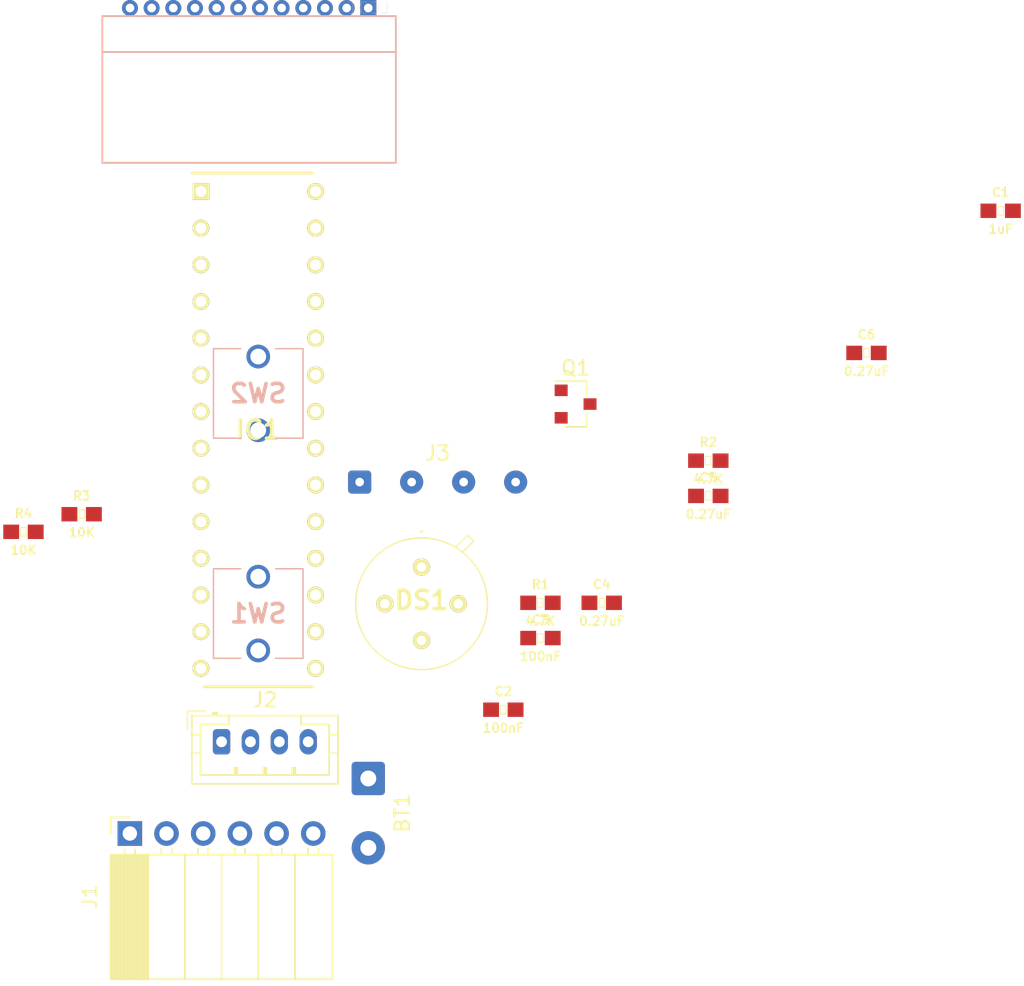
<source format=kicad_pcb>
(kicad_pcb (version 20171130) (host pcbnew "(5.1.9)-1")

  (general
    (thickness 1.6)
    (drawings 0)
    (tracks 0)
    (zones 0)
    (modules 20)
    (nets 34)
  )

  (page A4)
  (layers
    (0 F.Cu signal)
    (1 3V0.Cu power hide)
    (2 GND.Cu power hide)
    (31 B.Cu signal)
    (32 B.Adhes user)
    (33 F.Adhes user)
    (34 B.Paste user)
    (35 F.Paste user)
    (36 B.SilkS user)
    (37 F.SilkS user)
    (38 B.Mask user)
    (39 F.Mask user)
    (40 Dwgs.User user)
    (41 Cmts.User user)
    (42 Eco1.User user)
    (43 Eco2.User user)
    (44 Edge.Cuts user)
    (45 Margin user)
    (46 B.CrtYd user)
    (47 F.CrtYd user)
    (48 B.Fab user)
    (49 F.Fab user)
  )

  (setup
    (last_trace_width 0.25)
    (trace_clearance 0.2)
    (zone_clearance 0.508)
    (zone_45_only no)
    (trace_min 0.2)
    (via_size 0.8)
    (via_drill 0.4)
    (via_min_size 0.4)
    (via_min_drill 0.3)
    (uvia_size 0.3)
    (uvia_drill 0.1)
    (uvias_allowed no)
    (uvia_min_size 0.2)
    (uvia_min_drill 0.1)
    (edge_width 0.05)
    (segment_width 0.2)
    (pcb_text_width 0.3)
    (pcb_text_size 1.5 1.5)
    (mod_edge_width 0.12)
    (mod_text_size 1 1)
    (mod_text_width 0.15)
    (pad_size 1.524 1.524)
    (pad_drill 0.762)
    (pad_to_mask_clearance 0)
    (aux_axis_origin 0 0)
    (visible_elements 7FFFF7FF)
    (pcbplotparams
      (layerselection 0x010fc_ffffffff)
      (usegerberextensions false)
      (usegerberattributes true)
      (usegerberadvancedattributes true)
      (creategerberjobfile true)
      (excludeedgelayer true)
      (linewidth 0.100000)
      (plotframeref false)
      (viasonmask false)
      (mode 1)
      (useauxorigin false)
      (hpglpennumber 1)
      (hpglpenspeed 20)
      (hpglpendiameter 15.000000)
      (psnegative false)
      (psa4output false)
      (plotreference true)
      (plotvalue true)
      (plotinvisibletext false)
      (padsonsilk false)
      (subtractmaskfromsilk false)
      (outputformat 1)
      (mirror false)
      (drillshape 1)
      (scaleselection 1)
      (outputdirectory ""))
  )

  (net 0 "")
  (net 1 GND)
  (net 2 "Net-(BT1-Pad1)")
  (net 3 "Net-(C1-Pad2)")
  (net 4 "Net-(C1-Pad1)")
  (net 5 +3V0)
  (net 6 "Net-(C3-Pad2)")
  (net 7 "Net-(C3-Pad1)")
  (net 8 "Net-(C4-Pad1)")
  (net 9 "Net-(C5-Pad1)")
  (net 10 "Net-(C6-Pad1)")
  (net 11 "Net-(DS1-Pad2)")
  (net 12 "Net-(DS1-Pad1)")
  (net 13 /ICSP_DAT)
  (net 14 /ICSP_CLK)
  (net 15 /LCD_C1)
  (net 16 /LCD_C0)
  (net 17 /LCD_S6)
  (net 18 /LCD_S7)
  (net 19 /I2C_SDA)
  (net 20 /I2C_SCL)
  (net 21 /LCD_C2)
  (net 22 "Net-(IC1-Pad12)")
  (net 23 "Net-(IC1-Pad11)")
  (net 24 /LCD_S0)
  (net 25 /LCD_S1)
  (net 26 "Net-(IC1-Pad7)")
  (net 27 /LCD_C3)
  (net 28 /LCD_S2)
  (net 29 /LCD_S3)
  (net 30 /LCD_S4)
  (net 31 /LCD_S5)
  (net 32 /ICSP_VPP)
  (net 33 "Net-(J1-Pad6)")

  (net_class Default "This is the default net class."
    (clearance 0.2)
    (trace_width 0.25)
    (via_dia 0.8)
    (via_drill 0.4)
    (uvia_dia 0.3)
    (uvia_drill 0.1)
    (add_net +3V0)
    (add_net /I2C_SCL)
    (add_net /I2C_SDA)
    (add_net /ICSP_CLK)
    (add_net /ICSP_DAT)
    (add_net /ICSP_VPP)
    (add_net /LCD_C0)
    (add_net /LCD_C1)
    (add_net /LCD_C2)
    (add_net /LCD_C3)
    (add_net /LCD_S0)
    (add_net /LCD_S1)
    (add_net /LCD_S2)
    (add_net /LCD_S3)
    (add_net /LCD_S4)
    (add_net /LCD_S5)
    (add_net /LCD_S6)
    (add_net /LCD_S7)
    (add_net GND)
    (add_net "Net-(BT1-Pad1)")
    (add_net "Net-(C1-Pad1)")
    (add_net "Net-(C1-Pad2)")
    (add_net "Net-(C3-Pad1)")
    (add_net "Net-(C3-Pad2)")
    (add_net "Net-(C4-Pad1)")
    (add_net "Net-(C5-Pad1)")
    (add_net "Net-(C6-Pad1)")
    (add_net "Net-(DS1-Pad1)")
    (add_net "Net-(DS1-Pad2)")
    (add_net "Net-(IC1-Pad11)")
    (add_net "Net-(IC1-Pad12)")
    (add_net "Net-(IC1-Pad7)")
    (add_net "Net-(J1-Pad6)")
  )

  (module Connector_Wire:SolderWire-0.1sqmm_1x04_P3.6mm_D0.4mm_OD1mm (layer F.Cu) (tedit 5EB70B42) (tstamp 6083BA84)
    (at 131.48 106.48)
    (descr "Soldered wire connection, for 4 times 0.1 mm² wires, basic insulation, conductor diameter 0.4mm, outer diameter 1mm, size source Multi-Contact FLEXI-E 0.1 (https://ec.staubli.com/AcroFiles/Catalogues/TM_Cab-Main-11014119_(en)_hi.pdf), bend radius 3 times outer diameter, generated with kicad-footprint-generator")
    (tags "connector wire 0.1sqmm")
    (path /607EE935)
    (attr virtual)
    (fp_text reference J3 (at 5.4 -2) (layer F.SilkS)
      (effects (font (size 1 1) (thickness 0.15)))
    )
    (fp_text value "Sensor Conn" (at 5.4 2) (layer F.Fab)
      (effects (font (size 1 1) (thickness 0.15)))
    )
    (fp_text user %R (at 5.4 0 90) (layer F.Fab)
      (effects (font (size 0.65 0.65) (thickness 0.1)))
    )
    (fp_circle (center 0 0) (end 0.5 0) (layer F.Fab) (width 0.1))
    (fp_circle (center 3.6 0) (end 4.1 0) (layer F.Fab) (width 0.1))
    (fp_circle (center 7.2 0) (end 7.7 0) (layer F.Fab) (width 0.1))
    (fp_circle (center 10.8 0) (end 11.3 0) (layer F.Fab) (width 0.1))
    (fp_line (start -1.3 -1.3) (end -1.3 1.3) (layer F.CrtYd) (width 0.05))
    (fp_line (start -1.3 1.3) (end 1.3 1.3) (layer F.CrtYd) (width 0.05))
    (fp_line (start 1.3 1.3) (end 1.3 -1.3) (layer F.CrtYd) (width 0.05))
    (fp_line (start 1.3 -1.3) (end -1.3 -1.3) (layer F.CrtYd) (width 0.05))
    (fp_line (start 2.3 -1.3) (end 2.3 1.3) (layer F.CrtYd) (width 0.05))
    (fp_line (start 2.3 1.3) (end 4.9 1.3) (layer F.CrtYd) (width 0.05))
    (fp_line (start 4.9 1.3) (end 4.9 -1.3) (layer F.CrtYd) (width 0.05))
    (fp_line (start 4.9 -1.3) (end 2.3 -1.3) (layer F.CrtYd) (width 0.05))
    (fp_line (start 5.9 -1.3) (end 5.9 1.3) (layer F.CrtYd) (width 0.05))
    (fp_line (start 5.9 1.3) (end 8.5 1.3) (layer F.CrtYd) (width 0.05))
    (fp_line (start 8.5 1.3) (end 8.5 -1.3) (layer F.CrtYd) (width 0.05))
    (fp_line (start 8.5 -1.3) (end 5.9 -1.3) (layer F.CrtYd) (width 0.05))
    (fp_line (start 9.5 -1.3) (end 9.5 1.3) (layer F.CrtYd) (width 0.05))
    (fp_line (start 9.5 1.3) (end 12.1 1.3) (layer F.CrtYd) (width 0.05))
    (fp_line (start 12.1 1.3) (end 12.1 -1.3) (layer F.CrtYd) (width 0.05))
    (fp_line (start 12.1 -1.3) (end 9.5 -1.3) (layer F.CrtYd) (width 0.05))
    (pad 4 thru_hole circle (at 10.8 0) (size 1.6 1.6) (drill 0.6) (layers *.Cu *.Mask)
      (net 11 "Net-(DS1-Pad2)"))
    (pad 3 thru_hole circle (at 7.2 0) (size 1.6 1.6) (drill 0.6) (layers *.Cu *.Mask)
      (net 12 "Net-(DS1-Pad1)"))
    (pad 2 thru_hole circle (at 3.6 0) (size 1.6 1.6) (drill 0.6) (layers *.Cu *.Mask)
      (net 7 "Net-(C3-Pad1)"))
    (pad 1 thru_hole roundrect (at 0 0) (size 1.6 1.6) (drill 0.6) (layers *.Cu *.Mask) (roundrect_rratio 0.15625)
      (net 6 "Net-(C3-Pad2)"))
    (model ${KISYS3DMOD}/Connector_Wire.3dshapes/SolderWire-0.1sqmm_1x04_P3.6mm_D0.4mm_OD1mm.wrl
      (at (xyz 0 0 0))
      (scale (xyz 1 1 1))
      (rotate (xyz 0 0 0))
    )
  )

  (module Resistors:0603 (layer F.Cu) (tedit 200000) (tstamp 60842464)
    (at 108.205001 109.925001)
    (descr "GENERIC 1608 (0603) PACKAGE")
    (tags "GENERIC 1608 (0603) PACKAGE")
    (path /6083CFA8)
    (attr smd)
    (fp_text reference R4 (at 0 -1.27) (layer F.SilkS)
      (effects (font (size 0.6096 0.6096) (thickness 0.127)))
    )
    (fp_text value 10K (at 0 1.27) (layer F.SilkS)
      (effects (font (size 0.6096 0.6096) (thickness 0.127)))
    )
    (fp_line (start -0.8382 0.4699) (end -0.33782 0.4699) (layer Dwgs.User) (width 0.06604))
    (fp_line (start -0.33782 0.4699) (end -0.33782 -0.48006) (layer Dwgs.User) (width 0.06604))
    (fp_line (start -0.8382 -0.48006) (end -0.33782 -0.48006) (layer Dwgs.User) (width 0.06604))
    (fp_line (start -0.8382 0.4699) (end -0.8382 -0.48006) (layer Dwgs.User) (width 0.06604))
    (fp_line (start 0.3302 0.4699) (end 0.82804 0.4699) (layer Dwgs.User) (width 0.06604))
    (fp_line (start 0.82804 0.4699) (end 0.82804 -0.48006) (layer Dwgs.User) (width 0.06604))
    (fp_line (start 0.3302 -0.48006) (end 0.82804 -0.48006) (layer Dwgs.User) (width 0.06604))
    (fp_line (start 0.3302 0.4699) (end 0.3302 -0.48006) (layer Dwgs.User) (width 0.06604))
    (fp_line (start -0.19812 0.29972) (end 0.19812 0.29972) (layer F.SilkS) (width 0.06604))
    (fp_line (start 0.19812 0.29972) (end 0.19812 -0.29972) (layer F.SilkS) (width 0.06604))
    (fp_line (start -0.19812 -0.29972) (end 0.19812 -0.29972) (layer F.SilkS) (width 0.06604))
    (fp_line (start -0.19812 0.29972) (end -0.19812 -0.29972) (layer F.SilkS) (width 0.06604))
    (fp_line (start -1.59766 -0.6985) (end 1.59766 -0.6985) (layer F.CrtYd) (width 0.0508))
    (fp_line (start 1.59766 -0.6985) (end 1.59766 0.6985) (layer F.CrtYd) (width 0.0508))
    (fp_line (start 1.59766 0.6985) (end -1.59766 0.6985) (layer F.CrtYd) (width 0.0508))
    (fp_line (start -1.59766 0.6985) (end -1.59766 -0.6985) (layer F.CrtYd) (width 0.0508))
    (fp_line (start -0.3556 -0.4318) (end 0.3556 -0.4318) (layer Dwgs.User) (width 0.1016))
    (fp_line (start -0.3556 0.41656) (end 0.3556 0.41656) (layer Dwgs.User) (width 0.1016))
    (pad 2 smd rect (at 0.84836 0) (size 1.09982 0.99822) (layers F.Cu F.Paste F.Mask)
      (net 26 "Net-(IC1-Pad7)") (solder_mask_margin 0.1016))
    (pad 1 smd rect (at -0.84836 0) (size 1.09982 0.99822) (layers F.Cu F.Paste F.Mask)
      (net 5 +3V0) (solder_mask_margin 0.1016))
  )

  (module Resistors:0603 (layer F.Cu) (tedit 200000) (tstamp 60842453)
    (at 112.235001 108.705001)
    (descr "GENERIC 1608 (0603) PACKAGE")
    (tags "GENERIC 1608 (0603) PACKAGE")
    (path /6083DA43)
    (attr smd)
    (fp_text reference R3 (at 0 -1.27) (layer F.SilkS)
      (effects (font (size 0.6096 0.6096) (thickness 0.127)))
    )
    (fp_text value 10K (at 0 1.27) (layer F.SilkS)
      (effects (font (size 0.6096 0.6096) (thickness 0.127)))
    )
    (fp_line (start -0.8382 0.4699) (end -0.33782 0.4699) (layer Dwgs.User) (width 0.06604))
    (fp_line (start -0.33782 0.4699) (end -0.33782 -0.48006) (layer Dwgs.User) (width 0.06604))
    (fp_line (start -0.8382 -0.48006) (end -0.33782 -0.48006) (layer Dwgs.User) (width 0.06604))
    (fp_line (start -0.8382 0.4699) (end -0.8382 -0.48006) (layer Dwgs.User) (width 0.06604))
    (fp_line (start 0.3302 0.4699) (end 0.82804 0.4699) (layer Dwgs.User) (width 0.06604))
    (fp_line (start 0.82804 0.4699) (end 0.82804 -0.48006) (layer Dwgs.User) (width 0.06604))
    (fp_line (start 0.3302 -0.48006) (end 0.82804 -0.48006) (layer Dwgs.User) (width 0.06604))
    (fp_line (start 0.3302 0.4699) (end 0.3302 -0.48006) (layer Dwgs.User) (width 0.06604))
    (fp_line (start -0.19812 0.29972) (end 0.19812 0.29972) (layer F.SilkS) (width 0.06604))
    (fp_line (start 0.19812 0.29972) (end 0.19812 -0.29972) (layer F.SilkS) (width 0.06604))
    (fp_line (start -0.19812 -0.29972) (end 0.19812 -0.29972) (layer F.SilkS) (width 0.06604))
    (fp_line (start -0.19812 0.29972) (end -0.19812 -0.29972) (layer F.SilkS) (width 0.06604))
    (fp_line (start -1.59766 -0.6985) (end 1.59766 -0.6985) (layer F.CrtYd) (width 0.0508))
    (fp_line (start 1.59766 -0.6985) (end 1.59766 0.6985) (layer F.CrtYd) (width 0.0508))
    (fp_line (start 1.59766 0.6985) (end -1.59766 0.6985) (layer F.CrtYd) (width 0.0508))
    (fp_line (start -1.59766 0.6985) (end -1.59766 -0.6985) (layer F.CrtYd) (width 0.0508))
    (fp_line (start -0.3556 -0.4318) (end 0.3556 -0.4318) (layer Dwgs.User) (width 0.1016))
    (fp_line (start -0.3556 0.41656) (end 0.3556 0.41656) (layer Dwgs.User) (width 0.1016))
    (pad 2 smd rect (at 0.84836 0) (size 1.09982 0.99822) (layers F.Cu F.Paste F.Mask)
      (net 23 "Net-(IC1-Pad11)") (solder_mask_margin 0.1016))
    (pad 1 smd rect (at -0.84836 0) (size 1.09982 0.99822) (layers F.Cu F.Paste F.Mask)
      (net 5 +3V0) (solder_mask_margin 0.1016))
  )

  (module Resistors:0603 (layer F.Cu) (tedit 200000) (tstamp 60842B20)
    (at 155.61806 104.9989)
    (descr "GENERIC 1608 (0603) PACKAGE")
    (tags "GENERIC 1608 (0603) PACKAGE")
    (path /604CE9F3)
    (attr smd)
    (fp_text reference R2 (at 0 -1.27) (layer F.SilkS)
      (effects (font (size 0.6096 0.6096) (thickness 0.127)))
    )
    (fp_text value 4.7K (at 0 1.27) (layer F.SilkS)
      (effects (font (size 0.6096 0.6096) (thickness 0.127)))
    )
    (fp_line (start -0.8382 0.4699) (end -0.33782 0.4699) (layer Dwgs.User) (width 0.06604))
    (fp_line (start -0.33782 0.4699) (end -0.33782 -0.48006) (layer Dwgs.User) (width 0.06604))
    (fp_line (start -0.8382 -0.48006) (end -0.33782 -0.48006) (layer Dwgs.User) (width 0.06604))
    (fp_line (start -0.8382 0.4699) (end -0.8382 -0.48006) (layer Dwgs.User) (width 0.06604))
    (fp_line (start 0.3302 0.4699) (end 0.82804 0.4699) (layer Dwgs.User) (width 0.06604))
    (fp_line (start 0.82804 0.4699) (end 0.82804 -0.48006) (layer Dwgs.User) (width 0.06604))
    (fp_line (start 0.3302 -0.48006) (end 0.82804 -0.48006) (layer Dwgs.User) (width 0.06604))
    (fp_line (start 0.3302 0.4699) (end 0.3302 -0.48006) (layer Dwgs.User) (width 0.06604))
    (fp_line (start -0.19812 0.29972) (end 0.19812 0.29972) (layer F.SilkS) (width 0.06604))
    (fp_line (start 0.19812 0.29972) (end 0.19812 -0.29972) (layer F.SilkS) (width 0.06604))
    (fp_line (start -0.19812 -0.29972) (end 0.19812 -0.29972) (layer F.SilkS) (width 0.06604))
    (fp_line (start -0.19812 0.29972) (end -0.19812 -0.29972) (layer F.SilkS) (width 0.06604))
    (fp_line (start -1.59766 -0.6985) (end 1.59766 -0.6985) (layer F.CrtYd) (width 0.0508))
    (fp_line (start 1.59766 -0.6985) (end 1.59766 0.6985) (layer F.CrtYd) (width 0.0508))
    (fp_line (start 1.59766 0.6985) (end -1.59766 0.6985) (layer F.CrtYd) (width 0.0508))
    (fp_line (start -1.59766 0.6985) (end -1.59766 -0.6985) (layer F.CrtYd) (width 0.0508))
    (fp_line (start -0.3556 -0.4318) (end 0.3556 -0.4318) (layer Dwgs.User) (width 0.1016))
    (fp_line (start -0.3556 0.41656) (end 0.3556 0.41656) (layer Dwgs.User) (width 0.1016))
    (pad 2 smd rect (at 0.84836 0) (size 1.09982 0.99822) (layers F.Cu F.Paste F.Mask)
      (net 12 "Net-(DS1-Pad1)") (solder_mask_margin 0.1016))
    (pad 1 smd rect (at -0.84836 0) (size 1.09982 0.99822) (layers F.Cu F.Paste F.Mask)
      (net 7 "Net-(C3-Pad1)") (solder_mask_margin 0.1016))
  )

  (module Resistors:0603 (layer F.Cu) (tedit 200000) (tstamp 6083BB05)
    (at 143.99806 114.8389)
    (descr "GENERIC 1608 (0603) PACKAGE")
    (tags "GENERIC 1608 (0603) PACKAGE")
    (path /604CF147)
    (attr smd)
    (fp_text reference R1 (at 0 -1.27) (layer F.SilkS)
      (effects (font (size 0.6096 0.6096) (thickness 0.127)))
    )
    (fp_text value 4.7K (at 0 1.27) (layer F.SilkS)
      (effects (font (size 0.6096 0.6096) (thickness 0.127)))
    )
    (fp_line (start -0.8382 0.4699) (end -0.33782 0.4699) (layer Dwgs.User) (width 0.06604))
    (fp_line (start -0.33782 0.4699) (end -0.33782 -0.48006) (layer Dwgs.User) (width 0.06604))
    (fp_line (start -0.8382 -0.48006) (end -0.33782 -0.48006) (layer Dwgs.User) (width 0.06604))
    (fp_line (start -0.8382 0.4699) (end -0.8382 -0.48006) (layer Dwgs.User) (width 0.06604))
    (fp_line (start 0.3302 0.4699) (end 0.82804 0.4699) (layer Dwgs.User) (width 0.06604))
    (fp_line (start 0.82804 0.4699) (end 0.82804 -0.48006) (layer Dwgs.User) (width 0.06604))
    (fp_line (start 0.3302 -0.48006) (end 0.82804 -0.48006) (layer Dwgs.User) (width 0.06604))
    (fp_line (start 0.3302 0.4699) (end 0.3302 -0.48006) (layer Dwgs.User) (width 0.06604))
    (fp_line (start -0.19812 0.29972) (end 0.19812 0.29972) (layer F.SilkS) (width 0.06604))
    (fp_line (start 0.19812 0.29972) (end 0.19812 -0.29972) (layer F.SilkS) (width 0.06604))
    (fp_line (start -0.19812 -0.29972) (end 0.19812 -0.29972) (layer F.SilkS) (width 0.06604))
    (fp_line (start -0.19812 0.29972) (end -0.19812 -0.29972) (layer F.SilkS) (width 0.06604))
    (fp_line (start -1.59766 -0.6985) (end 1.59766 -0.6985) (layer F.CrtYd) (width 0.0508))
    (fp_line (start 1.59766 -0.6985) (end 1.59766 0.6985) (layer F.CrtYd) (width 0.0508))
    (fp_line (start 1.59766 0.6985) (end -1.59766 0.6985) (layer F.CrtYd) (width 0.0508))
    (fp_line (start -1.59766 0.6985) (end -1.59766 -0.6985) (layer F.CrtYd) (width 0.0508))
    (fp_line (start -0.3556 -0.4318) (end 0.3556 -0.4318) (layer Dwgs.User) (width 0.1016))
    (fp_line (start -0.3556 0.41656) (end 0.3556 0.41656) (layer Dwgs.User) (width 0.1016))
    (pad 2 smd rect (at 0.84836 0) (size 1.09982 0.99822) (layers F.Cu F.Paste F.Mask)
      (net 11 "Net-(DS1-Pad2)") (solder_mask_margin 0.1016))
    (pad 1 smd rect (at -0.84836 0) (size 1.09982 0.99822) (layers F.Cu F.Paste F.Mask)
      (net 7 "Net-(C3-Pad1)") (solder_mask_margin 0.1016))
  )

  (module Connector_JST:JST_PH_B4B-PH-K_1x04_P2.00mm_Vertical (layer F.Cu) (tedit 5B7745C2) (tstamp 6083BA67)
    (at 121.92 124.46)
    (descr "JST PH series connector, B4B-PH-K (http://www.jst-mfg.com/product/pdf/eng/ePH.pdf), generated with kicad-footprint-generator")
    (tags "connector JST PH side entry")
    (path /607EBE8A)
    (fp_text reference J2 (at 3 -2.9) (layer F.SilkS)
      (effects (font (size 1 1) (thickness 0.15)))
    )
    (fp_text value "Sensor Conn" (at 3 4) (layer F.Fab)
      (effects (font (size 1 1) (thickness 0.15)))
    )
    (fp_line (start -2.06 -1.81) (end -2.06 2.91) (layer F.SilkS) (width 0.12))
    (fp_line (start -2.06 2.91) (end 8.06 2.91) (layer F.SilkS) (width 0.12))
    (fp_line (start 8.06 2.91) (end 8.06 -1.81) (layer F.SilkS) (width 0.12))
    (fp_line (start 8.06 -1.81) (end -2.06 -1.81) (layer F.SilkS) (width 0.12))
    (fp_line (start -0.3 -1.81) (end -0.3 -2.01) (layer F.SilkS) (width 0.12))
    (fp_line (start -0.3 -2.01) (end -0.6 -2.01) (layer F.SilkS) (width 0.12))
    (fp_line (start -0.6 -2.01) (end -0.6 -1.81) (layer F.SilkS) (width 0.12))
    (fp_line (start -0.3 -1.91) (end -0.6 -1.91) (layer F.SilkS) (width 0.12))
    (fp_line (start 0.5 -1.81) (end 0.5 -1.2) (layer F.SilkS) (width 0.12))
    (fp_line (start 0.5 -1.2) (end -1.45 -1.2) (layer F.SilkS) (width 0.12))
    (fp_line (start -1.45 -1.2) (end -1.45 2.3) (layer F.SilkS) (width 0.12))
    (fp_line (start -1.45 2.3) (end 7.45 2.3) (layer F.SilkS) (width 0.12))
    (fp_line (start 7.45 2.3) (end 7.45 -1.2) (layer F.SilkS) (width 0.12))
    (fp_line (start 7.45 -1.2) (end 5.5 -1.2) (layer F.SilkS) (width 0.12))
    (fp_line (start 5.5 -1.2) (end 5.5 -1.81) (layer F.SilkS) (width 0.12))
    (fp_line (start -2.06 -0.5) (end -1.45 -0.5) (layer F.SilkS) (width 0.12))
    (fp_line (start -2.06 0.8) (end -1.45 0.8) (layer F.SilkS) (width 0.12))
    (fp_line (start 8.06 -0.5) (end 7.45 -0.5) (layer F.SilkS) (width 0.12))
    (fp_line (start 8.06 0.8) (end 7.45 0.8) (layer F.SilkS) (width 0.12))
    (fp_line (start 0.9 2.3) (end 0.9 1.8) (layer F.SilkS) (width 0.12))
    (fp_line (start 0.9 1.8) (end 1.1 1.8) (layer F.SilkS) (width 0.12))
    (fp_line (start 1.1 1.8) (end 1.1 2.3) (layer F.SilkS) (width 0.12))
    (fp_line (start 1 2.3) (end 1 1.8) (layer F.SilkS) (width 0.12))
    (fp_line (start 2.9 2.3) (end 2.9 1.8) (layer F.SilkS) (width 0.12))
    (fp_line (start 2.9 1.8) (end 3.1 1.8) (layer F.SilkS) (width 0.12))
    (fp_line (start 3.1 1.8) (end 3.1 2.3) (layer F.SilkS) (width 0.12))
    (fp_line (start 3 2.3) (end 3 1.8) (layer F.SilkS) (width 0.12))
    (fp_line (start 4.9 2.3) (end 4.9 1.8) (layer F.SilkS) (width 0.12))
    (fp_line (start 4.9 1.8) (end 5.1 1.8) (layer F.SilkS) (width 0.12))
    (fp_line (start 5.1 1.8) (end 5.1 2.3) (layer F.SilkS) (width 0.12))
    (fp_line (start 5 2.3) (end 5 1.8) (layer F.SilkS) (width 0.12))
    (fp_line (start -1.11 -2.11) (end -2.36 -2.11) (layer F.SilkS) (width 0.12))
    (fp_line (start -2.36 -2.11) (end -2.36 -0.86) (layer F.SilkS) (width 0.12))
    (fp_line (start -1.11 -2.11) (end -2.36 -2.11) (layer F.Fab) (width 0.1))
    (fp_line (start -2.36 -2.11) (end -2.36 -0.86) (layer F.Fab) (width 0.1))
    (fp_line (start -1.95 -1.7) (end -1.95 2.8) (layer F.Fab) (width 0.1))
    (fp_line (start -1.95 2.8) (end 7.95 2.8) (layer F.Fab) (width 0.1))
    (fp_line (start 7.95 2.8) (end 7.95 -1.7) (layer F.Fab) (width 0.1))
    (fp_line (start 7.95 -1.7) (end -1.95 -1.7) (layer F.Fab) (width 0.1))
    (fp_line (start -2.45 -2.2) (end -2.45 3.3) (layer F.CrtYd) (width 0.05))
    (fp_line (start -2.45 3.3) (end 8.45 3.3) (layer F.CrtYd) (width 0.05))
    (fp_line (start 8.45 3.3) (end 8.45 -2.2) (layer F.CrtYd) (width 0.05))
    (fp_line (start 8.45 -2.2) (end -2.45 -2.2) (layer F.CrtYd) (width 0.05))
    (fp_text user %R (at 3 1.5) (layer F.Fab)
      (effects (font (size 1 1) (thickness 0.15)))
    )
    (pad 4 thru_hole oval (at 6 0) (size 1.2 1.75) (drill 0.75) (layers *.Cu *.Mask)
      (net 19 /I2C_SDA))
    (pad 3 thru_hole oval (at 4 0) (size 1.2 1.75) (drill 0.75) (layers *.Cu *.Mask)
      (net 20 /I2C_SCL))
    (pad 2 thru_hole oval (at 2 0) (size 1.2 1.75) (drill 0.75) (layers *.Cu *.Mask)
      (net 5 +3V0))
    (pad 1 thru_hole roundrect (at 0 0) (size 1.2 1.75) (drill 0.75) (layers *.Cu *.Mask) (roundrect_rratio 0.208333)
      (net 1 GND))
    (model ${KISYS3DMOD}/Connector_JST.3dshapes/JST_PH_B4B-PH-K_1x04_P2.00mm_Vertical.wrl
      (at (xyz 0 0 0))
      (scale (xyz 1 1 1))
      (rotate (xyz 0 0 0))
    )
  )

  (module Capacitors:0603 (layer F.Cu) (tedit 596180EF) (tstamp 60842B10)
    (at 166.56806 97.5389)
    (descr "GENERIC 1608 (0603) PACKAGE")
    (tags "GENERIC 1608 (0603) PACKAGE")
    (path /606590EB)
    (attr smd)
    (fp_text reference C6 (at 0 -1.27) (layer F.SilkS)
      (effects (font (size 0.6096 0.6096) (thickness 0.127)))
    )
    (fp_text value 0.27uF (at 0 1.27) (layer F.SilkS)
      (effects (font (size 0.6096 0.6096) (thickness 0.127)))
    )
    (fp_line (start -0.8382 0.4699) (end -0.33782 0.4699) (layer Dwgs.User) (width 0.06604))
    (fp_line (start -0.33782 0.4699) (end -0.33782 -0.48006) (layer Dwgs.User) (width 0.06604))
    (fp_line (start -0.8382 -0.48006) (end -0.33782 -0.48006) (layer Dwgs.User) (width 0.06604))
    (fp_line (start -0.8382 0.4699) (end -0.8382 -0.48006) (layer Dwgs.User) (width 0.06604))
    (fp_line (start 0.3302 0.4699) (end 0.82804 0.4699) (layer Dwgs.User) (width 0.06604))
    (fp_line (start 0.82804 0.4699) (end 0.82804 -0.48006) (layer Dwgs.User) (width 0.06604))
    (fp_line (start 0.3302 -0.48006) (end 0.82804 -0.48006) (layer Dwgs.User) (width 0.06604))
    (fp_line (start 0.3302 0.4699) (end 0.3302 -0.48006) (layer Dwgs.User) (width 0.06604))
    (fp_line (start -0.19812 0.29972) (end 0.19812 0.29972) (layer F.SilkS) (width 0.06604))
    (fp_line (start 0.19812 0.29972) (end 0.19812 -0.29972) (layer F.SilkS) (width 0.06604))
    (fp_line (start -0.19812 -0.29972) (end 0.19812 -0.29972) (layer F.SilkS) (width 0.06604))
    (fp_line (start -0.19812 0.29972) (end -0.19812 -0.29972) (layer F.SilkS) (width 0.06604))
    (fp_line (start -1.59766 -0.6985) (end 1.59766 -0.6985) (layer F.CrtYd) (width 0.0508))
    (fp_line (start 1.59766 -0.6985) (end 1.59766 0.6985) (layer F.CrtYd) (width 0.0508))
    (fp_line (start 1.59766 0.6985) (end -1.59766 0.6985) (layer F.CrtYd) (width 0.0508))
    (fp_line (start -1.59766 0.6985) (end -1.59766 -0.6985) (layer F.CrtYd) (width 0.0508))
    (fp_line (start -0.3556 -0.4318) (end 0.3556 -0.4318) (layer Dwgs.User) (width 0.1016))
    (fp_line (start -0.3556 0.41656) (end 0.3556 0.41656) (layer Dwgs.User) (width 0.1016))
    (pad 2 smd rect (at 0.84836 0) (size 1.09982 0.99822) (layers F.Cu F.Paste F.Mask)
      (net 1 GND) (solder_mask_margin 0.1016))
    (pad 1 smd rect (at -0.84836 0) (size 1.09982 0.99822) (layers F.Cu F.Paste F.Mask)
      (net 10 "Net-(C6-Pad1)") (solder_mask_margin 0.1016))
  )

  (module Capacitors:0603 (layer F.Cu) (tedit 596180EF) (tstamp 60842B00)
    (at 155.61806 107.4389)
    (descr "GENERIC 1608 (0603) PACKAGE")
    (tags "GENERIC 1608 (0603) PACKAGE")
    (path /60658639)
    (attr smd)
    (fp_text reference C5 (at 0 -1.27) (layer F.SilkS)
      (effects (font (size 0.6096 0.6096) (thickness 0.127)))
    )
    (fp_text value 0.27uF (at 0 1.27) (layer F.SilkS)
      (effects (font (size 0.6096 0.6096) (thickness 0.127)))
    )
    (fp_line (start -0.8382 0.4699) (end -0.33782 0.4699) (layer Dwgs.User) (width 0.06604))
    (fp_line (start -0.33782 0.4699) (end -0.33782 -0.48006) (layer Dwgs.User) (width 0.06604))
    (fp_line (start -0.8382 -0.48006) (end -0.33782 -0.48006) (layer Dwgs.User) (width 0.06604))
    (fp_line (start -0.8382 0.4699) (end -0.8382 -0.48006) (layer Dwgs.User) (width 0.06604))
    (fp_line (start 0.3302 0.4699) (end 0.82804 0.4699) (layer Dwgs.User) (width 0.06604))
    (fp_line (start 0.82804 0.4699) (end 0.82804 -0.48006) (layer Dwgs.User) (width 0.06604))
    (fp_line (start 0.3302 -0.48006) (end 0.82804 -0.48006) (layer Dwgs.User) (width 0.06604))
    (fp_line (start 0.3302 0.4699) (end 0.3302 -0.48006) (layer Dwgs.User) (width 0.06604))
    (fp_line (start -0.19812 0.29972) (end 0.19812 0.29972) (layer F.SilkS) (width 0.06604))
    (fp_line (start 0.19812 0.29972) (end 0.19812 -0.29972) (layer F.SilkS) (width 0.06604))
    (fp_line (start -0.19812 -0.29972) (end 0.19812 -0.29972) (layer F.SilkS) (width 0.06604))
    (fp_line (start -0.19812 0.29972) (end -0.19812 -0.29972) (layer F.SilkS) (width 0.06604))
    (fp_line (start -1.59766 -0.6985) (end 1.59766 -0.6985) (layer F.CrtYd) (width 0.0508))
    (fp_line (start 1.59766 -0.6985) (end 1.59766 0.6985) (layer F.CrtYd) (width 0.0508))
    (fp_line (start 1.59766 0.6985) (end -1.59766 0.6985) (layer F.CrtYd) (width 0.0508))
    (fp_line (start -1.59766 0.6985) (end -1.59766 -0.6985) (layer F.CrtYd) (width 0.0508))
    (fp_line (start -0.3556 -0.4318) (end 0.3556 -0.4318) (layer Dwgs.User) (width 0.1016))
    (fp_line (start -0.3556 0.41656) (end 0.3556 0.41656) (layer Dwgs.User) (width 0.1016))
    (pad 2 smd rect (at 0.84836 0) (size 1.09982 0.99822) (layers F.Cu F.Paste F.Mask)
      (net 1 GND) (solder_mask_margin 0.1016))
    (pad 1 smd rect (at -0.84836 0) (size 1.09982 0.99822) (layers F.Cu F.Paste F.Mask)
      (net 9 "Net-(C5-Pad1)") (solder_mask_margin 0.1016))
  )

  (module Capacitors:0603 (layer F.Cu) (tedit 596180EF) (tstamp 60842AF0)
    (at 148.23806 114.8389)
    (descr "GENERIC 1608 (0603) PACKAGE")
    (tags "GENERIC 1608 (0603) PACKAGE")
    (path /6044B748)
    (attr smd)
    (fp_text reference C4 (at 0 -1.27) (layer F.SilkS)
      (effects (font (size 0.6096 0.6096) (thickness 0.127)))
    )
    (fp_text value 0.27uF (at 0 1.27) (layer F.SilkS)
      (effects (font (size 0.6096 0.6096) (thickness 0.127)))
    )
    (fp_line (start -0.8382 0.4699) (end -0.33782 0.4699) (layer Dwgs.User) (width 0.06604))
    (fp_line (start -0.33782 0.4699) (end -0.33782 -0.48006) (layer Dwgs.User) (width 0.06604))
    (fp_line (start -0.8382 -0.48006) (end -0.33782 -0.48006) (layer Dwgs.User) (width 0.06604))
    (fp_line (start -0.8382 0.4699) (end -0.8382 -0.48006) (layer Dwgs.User) (width 0.06604))
    (fp_line (start 0.3302 0.4699) (end 0.82804 0.4699) (layer Dwgs.User) (width 0.06604))
    (fp_line (start 0.82804 0.4699) (end 0.82804 -0.48006) (layer Dwgs.User) (width 0.06604))
    (fp_line (start 0.3302 -0.48006) (end 0.82804 -0.48006) (layer Dwgs.User) (width 0.06604))
    (fp_line (start 0.3302 0.4699) (end 0.3302 -0.48006) (layer Dwgs.User) (width 0.06604))
    (fp_line (start -0.19812 0.29972) (end 0.19812 0.29972) (layer F.SilkS) (width 0.06604))
    (fp_line (start 0.19812 0.29972) (end 0.19812 -0.29972) (layer F.SilkS) (width 0.06604))
    (fp_line (start -0.19812 -0.29972) (end 0.19812 -0.29972) (layer F.SilkS) (width 0.06604))
    (fp_line (start -0.19812 0.29972) (end -0.19812 -0.29972) (layer F.SilkS) (width 0.06604))
    (fp_line (start -1.59766 -0.6985) (end 1.59766 -0.6985) (layer F.CrtYd) (width 0.0508))
    (fp_line (start 1.59766 -0.6985) (end 1.59766 0.6985) (layer F.CrtYd) (width 0.0508))
    (fp_line (start 1.59766 0.6985) (end -1.59766 0.6985) (layer F.CrtYd) (width 0.0508))
    (fp_line (start -1.59766 0.6985) (end -1.59766 -0.6985) (layer F.CrtYd) (width 0.0508))
    (fp_line (start -0.3556 -0.4318) (end 0.3556 -0.4318) (layer Dwgs.User) (width 0.1016))
    (fp_line (start -0.3556 0.41656) (end 0.3556 0.41656) (layer Dwgs.User) (width 0.1016))
    (pad 2 smd rect (at 0.84836 0) (size 1.09982 0.99822) (layers F.Cu F.Paste F.Mask)
      (net 1 GND) (solder_mask_margin 0.1016))
    (pad 1 smd rect (at -0.84836 0) (size 1.09982 0.99822) (layers F.Cu F.Paste F.Mask)
      (net 8 "Net-(C4-Pad1)") (solder_mask_margin 0.1016))
  )

  (module Capacitors:0603 (layer F.Cu) (tedit 596180EF) (tstamp 60842AE0)
    (at 143.99806 117.2789)
    (descr "GENERIC 1608 (0603) PACKAGE")
    (tags "GENERIC 1608 (0603) PACKAGE")
    (path /60763C18)
    (attr smd)
    (fp_text reference C3 (at 0 -1.27) (layer F.SilkS)
      (effects (font (size 0.6096 0.6096) (thickness 0.127)))
    )
    (fp_text value 100nF (at 0 1.27) (layer F.SilkS)
      (effects (font (size 0.6096 0.6096) (thickness 0.127)))
    )
    (fp_line (start -0.8382 0.4699) (end -0.33782 0.4699) (layer Dwgs.User) (width 0.06604))
    (fp_line (start -0.33782 0.4699) (end -0.33782 -0.48006) (layer Dwgs.User) (width 0.06604))
    (fp_line (start -0.8382 -0.48006) (end -0.33782 -0.48006) (layer Dwgs.User) (width 0.06604))
    (fp_line (start -0.8382 0.4699) (end -0.8382 -0.48006) (layer Dwgs.User) (width 0.06604))
    (fp_line (start 0.3302 0.4699) (end 0.82804 0.4699) (layer Dwgs.User) (width 0.06604))
    (fp_line (start 0.82804 0.4699) (end 0.82804 -0.48006) (layer Dwgs.User) (width 0.06604))
    (fp_line (start 0.3302 -0.48006) (end 0.82804 -0.48006) (layer Dwgs.User) (width 0.06604))
    (fp_line (start 0.3302 0.4699) (end 0.3302 -0.48006) (layer Dwgs.User) (width 0.06604))
    (fp_line (start -0.19812 0.29972) (end 0.19812 0.29972) (layer F.SilkS) (width 0.06604))
    (fp_line (start 0.19812 0.29972) (end 0.19812 -0.29972) (layer F.SilkS) (width 0.06604))
    (fp_line (start -0.19812 -0.29972) (end 0.19812 -0.29972) (layer F.SilkS) (width 0.06604))
    (fp_line (start -0.19812 0.29972) (end -0.19812 -0.29972) (layer F.SilkS) (width 0.06604))
    (fp_line (start -1.59766 -0.6985) (end 1.59766 -0.6985) (layer F.CrtYd) (width 0.0508))
    (fp_line (start 1.59766 -0.6985) (end 1.59766 0.6985) (layer F.CrtYd) (width 0.0508))
    (fp_line (start 1.59766 0.6985) (end -1.59766 0.6985) (layer F.CrtYd) (width 0.0508))
    (fp_line (start -1.59766 0.6985) (end -1.59766 -0.6985) (layer F.CrtYd) (width 0.0508))
    (fp_line (start -0.3556 -0.4318) (end 0.3556 -0.4318) (layer Dwgs.User) (width 0.1016))
    (fp_line (start -0.3556 0.41656) (end 0.3556 0.41656) (layer Dwgs.User) (width 0.1016))
    (pad 2 smd rect (at 0.84836 0) (size 1.09982 0.99822) (layers F.Cu F.Paste F.Mask)
      (net 6 "Net-(C3-Pad2)") (solder_mask_margin 0.1016))
    (pad 1 smd rect (at -0.84836 0) (size 1.09982 0.99822) (layers F.Cu F.Paste F.Mask)
      (net 7 "Net-(C3-Pad1)") (solder_mask_margin 0.1016))
  )

  (module Capacitors:0603 (layer F.Cu) (tedit 596180EF) (tstamp 60842AD0)
    (at 141.42806 122.2389)
    (descr "GENERIC 1608 (0603) PACKAGE")
    (tags "GENERIC 1608 (0603) PACKAGE")
    (path /6044C720)
    (attr smd)
    (fp_text reference C2 (at 0 -1.27) (layer F.SilkS)
      (effects (font (size 0.6096 0.6096) (thickness 0.127)))
    )
    (fp_text value 100nF (at 0 1.27) (layer F.SilkS)
      (effects (font (size 0.6096 0.6096) (thickness 0.127)))
    )
    (fp_line (start -0.8382 0.4699) (end -0.33782 0.4699) (layer Dwgs.User) (width 0.06604))
    (fp_line (start -0.33782 0.4699) (end -0.33782 -0.48006) (layer Dwgs.User) (width 0.06604))
    (fp_line (start -0.8382 -0.48006) (end -0.33782 -0.48006) (layer Dwgs.User) (width 0.06604))
    (fp_line (start -0.8382 0.4699) (end -0.8382 -0.48006) (layer Dwgs.User) (width 0.06604))
    (fp_line (start 0.3302 0.4699) (end 0.82804 0.4699) (layer Dwgs.User) (width 0.06604))
    (fp_line (start 0.82804 0.4699) (end 0.82804 -0.48006) (layer Dwgs.User) (width 0.06604))
    (fp_line (start 0.3302 -0.48006) (end 0.82804 -0.48006) (layer Dwgs.User) (width 0.06604))
    (fp_line (start 0.3302 0.4699) (end 0.3302 -0.48006) (layer Dwgs.User) (width 0.06604))
    (fp_line (start -0.19812 0.29972) (end 0.19812 0.29972) (layer F.SilkS) (width 0.06604))
    (fp_line (start 0.19812 0.29972) (end 0.19812 -0.29972) (layer F.SilkS) (width 0.06604))
    (fp_line (start -0.19812 -0.29972) (end 0.19812 -0.29972) (layer F.SilkS) (width 0.06604))
    (fp_line (start -0.19812 0.29972) (end -0.19812 -0.29972) (layer F.SilkS) (width 0.06604))
    (fp_line (start -1.59766 -0.6985) (end 1.59766 -0.6985) (layer F.CrtYd) (width 0.0508))
    (fp_line (start 1.59766 -0.6985) (end 1.59766 0.6985) (layer F.CrtYd) (width 0.0508))
    (fp_line (start 1.59766 0.6985) (end -1.59766 0.6985) (layer F.CrtYd) (width 0.0508))
    (fp_line (start -1.59766 0.6985) (end -1.59766 -0.6985) (layer F.CrtYd) (width 0.0508))
    (fp_line (start -0.3556 -0.4318) (end 0.3556 -0.4318) (layer Dwgs.User) (width 0.1016))
    (fp_line (start -0.3556 0.41656) (end 0.3556 0.41656) (layer Dwgs.User) (width 0.1016))
    (pad 2 smd rect (at 0.84836 0) (size 1.09982 0.99822) (layers F.Cu F.Paste F.Mask)
      (net 1 GND) (solder_mask_margin 0.1016))
    (pad 1 smd rect (at -0.84836 0) (size 1.09982 0.99822) (layers F.Cu F.Paste F.Mask)
      (net 5 +3V0) (solder_mask_margin 0.1016))
  )

  (module Capacitors:0603 (layer F.Cu) (tedit 596180EF) (tstamp 60842AC0)
    (at 175.85806 87.6989)
    (descr "GENERIC 1608 (0603) PACKAGE")
    (tags "GENERIC 1608 (0603) PACKAGE")
    (path /6044B11F)
    (attr smd)
    (fp_text reference C1 (at 0 -1.27) (layer F.SilkS)
      (effects (font (size 0.6096 0.6096) (thickness 0.127)))
    )
    (fp_text value 1uF (at 0 1.27) (layer F.SilkS)
      (effects (font (size 0.6096 0.6096) (thickness 0.127)))
    )
    (fp_line (start -0.8382 0.4699) (end -0.33782 0.4699) (layer Dwgs.User) (width 0.06604))
    (fp_line (start -0.33782 0.4699) (end -0.33782 -0.48006) (layer Dwgs.User) (width 0.06604))
    (fp_line (start -0.8382 -0.48006) (end -0.33782 -0.48006) (layer Dwgs.User) (width 0.06604))
    (fp_line (start -0.8382 0.4699) (end -0.8382 -0.48006) (layer Dwgs.User) (width 0.06604))
    (fp_line (start 0.3302 0.4699) (end 0.82804 0.4699) (layer Dwgs.User) (width 0.06604))
    (fp_line (start 0.82804 0.4699) (end 0.82804 -0.48006) (layer Dwgs.User) (width 0.06604))
    (fp_line (start 0.3302 -0.48006) (end 0.82804 -0.48006) (layer Dwgs.User) (width 0.06604))
    (fp_line (start 0.3302 0.4699) (end 0.3302 -0.48006) (layer Dwgs.User) (width 0.06604))
    (fp_line (start -0.19812 0.29972) (end 0.19812 0.29972) (layer F.SilkS) (width 0.06604))
    (fp_line (start 0.19812 0.29972) (end 0.19812 -0.29972) (layer F.SilkS) (width 0.06604))
    (fp_line (start -0.19812 -0.29972) (end 0.19812 -0.29972) (layer F.SilkS) (width 0.06604))
    (fp_line (start -0.19812 0.29972) (end -0.19812 -0.29972) (layer F.SilkS) (width 0.06604))
    (fp_line (start -1.59766 -0.6985) (end 1.59766 -0.6985) (layer F.CrtYd) (width 0.0508))
    (fp_line (start 1.59766 -0.6985) (end 1.59766 0.6985) (layer F.CrtYd) (width 0.0508))
    (fp_line (start 1.59766 0.6985) (end -1.59766 0.6985) (layer F.CrtYd) (width 0.0508))
    (fp_line (start -1.59766 0.6985) (end -1.59766 -0.6985) (layer F.CrtYd) (width 0.0508))
    (fp_line (start -0.3556 -0.4318) (end 0.3556 -0.4318) (layer Dwgs.User) (width 0.1016))
    (fp_line (start -0.3556 0.41656) (end 0.3556 0.41656) (layer Dwgs.User) (width 0.1016))
    (pad 2 smd rect (at 0.84836 0) (size 1.09982 0.99822) (layers F.Cu F.Paste F.Mask)
      (net 3 "Net-(C1-Pad2)") (solder_mask_margin 0.1016))
    (pad 1 smd rect (at -0.84836 0) (size 1.09982 0.99822) (layers F.Cu F.Paste F.Mask)
      (net 4 "Net-(C1-Pad1)") (solder_mask_margin 0.1016))
  )

  (module FSM2JRT:FSM2JRT (layer B.Cu) (tedit 0) (tstamp 6083BB47)
    (at 124.46 97.79)
    (descr FSM2JRT-3)
    (tags "Switch (2-Pin Push)")
    (path /6064E3C8)
    (fp_text reference SW2 (at 0 2.553) (layer B.SilkS)
      (effects (font (size 1.27 1.27) (thickness 0.254)) (justify mirror))
    )
    (fp_text value "Sample Button" (at 0 2.553) (layer B.SilkS) hide
      (effects (font (size 1.27 1.27) (thickness 0.254)) (justify mirror))
    )
    (fp_line (start -3.099 5.652) (end 3.099 5.652) (layer B.Fab) (width 0.2))
    (fp_line (start 3.099 5.652) (end 3.099 -0.546) (layer B.Fab) (width 0.2))
    (fp_line (start 3.099 -0.546) (end -3.099 -0.546) (layer B.Fab) (width 0.2))
    (fp_line (start -3.099 -0.546) (end -3.099 5.652) (layer B.Fab) (width 0.2))
    (fp_line (start -4.099 6.924) (end 4.099 6.924) (layer B.CrtYd) (width 0.1))
    (fp_line (start 4.099 6.924) (end 4.099 -1.819) (layer B.CrtYd) (width 0.1))
    (fp_line (start 4.099 -1.819) (end -4.099 -1.819) (layer B.CrtYd) (width 0.1))
    (fp_line (start -4.099 -1.819) (end -4.099 6.924) (layer B.CrtYd) (width 0.1))
    (fp_line (start 1.2 5.652) (end 3.099 5.652) (layer B.SilkS) (width 0.1))
    (fp_line (start 3.099 5.652) (end 3.099 -0.546) (layer B.SilkS) (width 0.1))
    (fp_line (start 3.099 -0.546) (end 1.2 -0.546) (layer B.SilkS) (width 0.1))
    (fp_line (start -1.2 5.652) (end -3.099 5.652) (layer B.SilkS) (width 0.1))
    (fp_line (start -3.099 5.652) (end -3.099 -0.546) (layer B.SilkS) (width 0.1))
    (fp_line (start -3.099 -0.546) (end -1.2 -0.546) (layer B.SilkS) (width 0.1))
    (fp_text user %R (at 0 2.553) (layer B.Fab)
      (effects (font (size 1.27 1.27) (thickness 0.254)) (justify mirror))
    )
    (pad 2 thru_hole circle (at 0 5.105) (size 1.638 1.638) (drill 1.092) (layers *.Cu *.Mask)
      (net 26 "Net-(IC1-Pad7)"))
    (pad 1 thru_hole circle (at 0 0) (size 1.638 1.638) (drill 1.092) (layers *.Cu *.Mask)
      (net 1 GND))
    (model FSM2JRT.stp
      (at (xyz 0 0 0))
      (scale (xyz 1 1 1))
      (rotate (xyz 0 0 0))
    )
  )

  (module FSM2JRT:FSM2JRT (layer B.Cu) (tedit 0) (tstamp 6083BB32)
    (at 124.46 113.03)
    (descr FSM2JRT-3)
    (tags "Switch (2-Pin Push)")
    (path /604560F8)
    (fp_text reference SW1 (at 0 2.553) (layer B.SilkS)
      (effects (font (size 1.27 1.27) (thickness 0.254)) (justify mirror))
    )
    (fp_text value "Option Button" (at 0 2.553) (layer B.SilkS) hide
      (effects (font (size 1.27 1.27) (thickness 0.254)) (justify mirror))
    )
    (fp_line (start -3.099 5.652) (end 3.099 5.652) (layer B.Fab) (width 0.2))
    (fp_line (start 3.099 5.652) (end 3.099 -0.546) (layer B.Fab) (width 0.2))
    (fp_line (start 3.099 -0.546) (end -3.099 -0.546) (layer B.Fab) (width 0.2))
    (fp_line (start -3.099 -0.546) (end -3.099 5.652) (layer B.Fab) (width 0.2))
    (fp_line (start -4.099 6.924) (end 4.099 6.924) (layer B.CrtYd) (width 0.1))
    (fp_line (start 4.099 6.924) (end 4.099 -1.819) (layer B.CrtYd) (width 0.1))
    (fp_line (start 4.099 -1.819) (end -4.099 -1.819) (layer B.CrtYd) (width 0.1))
    (fp_line (start -4.099 -1.819) (end -4.099 6.924) (layer B.CrtYd) (width 0.1))
    (fp_line (start 1.2 5.652) (end 3.099 5.652) (layer B.SilkS) (width 0.1))
    (fp_line (start 3.099 5.652) (end 3.099 -0.546) (layer B.SilkS) (width 0.1))
    (fp_line (start 3.099 -0.546) (end 1.2 -0.546) (layer B.SilkS) (width 0.1))
    (fp_line (start -1.2 5.652) (end -3.099 5.652) (layer B.SilkS) (width 0.1))
    (fp_line (start -3.099 5.652) (end -3.099 -0.546) (layer B.SilkS) (width 0.1))
    (fp_line (start -3.099 -0.546) (end -1.2 -0.546) (layer B.SilkS) (width 0.1))
    (fp_text user %R (at 0 2.553) (layer B.Fab)
      (effects (font (size 1.27 1.27) (thickness 0.254)) (justify mirror))
    )
    (pad 2 thru_hole circle (at 0 5.105) (size 1.638 1.638) (drill 1.092) (layers *.Cu *.Mask)
      (net 23 "Net-(IC1-Pad11)"))
    (pad 1 thru_hole circle (at 0 0) (size 1.638 1.638) (drill 1.092) (layers *.Cu *.Mask)
      (net 1 GND))
    (model FSM2JRT.stp
      (at (xyz 0 0 0))
      (scale (xyz 1 1 1))
      (rotate (xyz 0 0 0))
    )
  )

  (module Package_TO_SOT_SMD:SOT-23 (layer F.Cu) (tedit 5A02FF57) (tstamp 6083BAED)
    (at 146.43 101.08)
    (descr "SOT-23, Standard")
    (tags SOT-23)
    (path /60710C3A)
    (attr smd)
    (fp_text reference Q1 (at 0 -2.5) (layer F.SilkS)
      (effects (font (size 1 1) (thickness 0.15)))
    )
    (fp_text value SI2323 (at 0 2.5) (layer F.Fab)
      (effects (font (size 1 1) (thickness 0.15)))
    )
    (fp_line (start -0.7 -0.95) (end -0.7 1.5) (layer F.Fab) (width 0.1))
    (fp_line (start -0.15 -1.52) (end 0.7 -1.52) (layer F.Fab) (width 0.1))
    (fp_line (start -0.7 -0.95) (end -0.15 -1.52) (layer F.Fab) (width 0.1))
    (fp_line (start 0.7 -1.52) (end 0.7 1.52) (layer F.Fab) (width 0.1))
    (fp_line (start -0.7 1.52) (end 0.7 1.52) (layer F.Fab) (width 0.1))
    (fp_line (start 0.76 1.58) (end 0.76 0.65) (layer F.SilkS) (width 0.12))
    (fp_line (start 0.76 -1.58) (end 0.76 -0.65) (layer F.SilkS) (width 0.12))
    (fp_line (start -1.7 -1.75) (end 1.7 -1.75) (layer F.CrtYd) (width 0.05))
    (fp_line (start 1.7 -1.75) (end 1.7 1.75) (layer F.CrtYd) (width 0.05))
    (fp_line (start 1.7 1.75) (end -1.7 1.75) (layer F.CrtYd) (width 0.05))
    (fp_line (start -1.7 1.75) (end -1.7 -1.75) (layer F.CrtYd) (width 0.05))
    (fp_line (start 0.76 -1.58) (end -1.4 -1.58) (layer F.SilkS) (width 0.12))
    (fp_line (start 0.76 1.58) (end -0.7 1.58) (layer F.SilkS) (width 0.12))
    (fp_text user %R (at 0 0 90) (layer F.Fab)
      (effects (font (size 0.5 0.5) (thickness 0.075)))
    )
    (pad 3 smd rect (at 1 0) (size 0.9 0.8) (layers F.Cu F.Paste F.Mask)
      (net 5 +3V0))
    (pad 2 smd rect (at -1 0.95) (size 0.9 0.8) (layers F.Cu F.Paste F.Mask)
      (net 2 "Net-(BT1-Pad1)"))
    (pad 1 smd rect (at -1 -0.95) (size 0.9 0.8) (layers F.Cu F.Paste F.Mask)
      (net 1 GND))
    (model ${KISYS3DMOD}/Package_TO_SOT_SMD.3dshapes/SOT-23.wrl
      (at (xyz 0 0 0))
      (scale (xyz 1 1 1))
      (rotate (xyz 0 0 0))
    )
  )

  (module LCD-S401M16KR:LCD-S401M16KR (layer B.Cu) (tedit 6043F0B0) (tstamp 6083BAD8)
    (at 132.08 73.66 180)
    (path /60441BB1)
    (fp_text reference LCD1 (at 0 0) (layer B.SilkS)
      (effects (font (size 0.787402 0.787402) (thickness 0.015)) (justify mirror))
    )
    (fp_text value LCD-S401M16KR (at 0 0) (layer B.Fab)
      (effects (font (size 0.787402 0.787402) (thickness 0.015)) (justify mirror))
    )
    (fp_poly (pts (xy -0.250314 0) (xy 0.25 0) (xy 0.25 -0.500628) (xy -0.250314 -0.500628)) (layer B.Fab) (width 0.01))
    (fp_poly (pts (xy 1.25069 0) (xy 1.75 0) (xy 1.75 -0.500274) (xy 1.25069 -0.500274)) (layer B.Fab) (width 0.01))
    (fp_poly (pts (xy 2.75127 0) (xy 3.25 0) (xy 3.25 -0.500231) (xy 2.75127 -0.500231)) (layer B.Fab) (width 0.01))
    (fp_poly (pts (xy 4.25476 0) (xy 4.75 0) (xy 4.75 -0.50056) (xy 4.25476 -0.50056)) (layer B.Fab) (width 0.01))
    (fp_poly (pts (xy 5.76055 0) (xy 6.25 0) (xy 6.25 -0.500917) (xy 5.76055 -0.500917)) (layer B.Fab) (width 0.01))
    (fp_poly (pts (xy 7.2536 0) (xy 7.75 0) (xy 7.75 -0.500248) (xy 7.2536 -0.500248)) (layer B.Fab) (width 0.01))
    (fp_poly (pts (xy 8.75728 0) (xy 9.25 0) (xy 9.25 -0.500416) (xy 8.75728 -0.500416)) (layer B.Fab) (width 0.01))
    (fp_poly (pts (xy 10.2686 0) (xy 10.75 0) (xy 10.75 -0.500906) (xy 10.2686 -0.500906)) (layer B.Fab) (width 0.01))
    (fp_poly (pts (xy 11.7692 0) (xy 12.25 0) (xy 12.25 -0.500818) (xy 11.7692 -0.500818)) (layer B.Fab) (width 0.01))
    (fp_poly (pts (xy 13.2571 0) (xy 13.75 0) (xy 13.75 -0.500269) (xy 13.2571 -0.500269)) (layer B.Fab) (width 0.01))
    (fp_poly (pts (xy 14.7607 0) (xy 15.25 0) (xy 15.25 -0.500361) (xy 14.7607 -0.500361)) (layer B.Fab) (width 0.01))
    (fp_poly (pts (xy 16.263 0) (xy 16.75 0) (xy 16.75 -0.5004) (xy 16.263 -0.5004)) (layer B.Fab) (width 0.01))
    (fp_line (start -1.905 -0.5588) (end 18.415 -0.5588) (layer B.SilkS) (width 0.127))
    (fp_line (start 18.415 -0.5588) (end 18.415 -3.048) (layer B.SilkS) (width 0.127))
    (fp_line (start 18.415 -3.048) (end 18.415 -10.7188) (layer B.SilkS) (width 0.127))
    (fp_line (start 18.415 -10.7188) (end -1.905 -10.7188) (layer B.SilkS) (width 0.127))
    (fp_line (start -1.905 -10.7188) (end -1.905 -3.048) (layer B.SilkS) (width 0.127))
    (fp_line (start -1.905 -3.048) (end -1.905 -0.5588) (layer B.SilkS) (width 0.127))
    (fp_line (start -1.905 -3.048) (end 18.415 -3.048) (layer B.SilkS) (width 0.127))
    (fp_poly (pts (xy -0.254216 -0.5588) (xy 0.254 -0.5588) (xy 0.254 -3.05059) (xy -0.254216 -3.05059)) (layer B.Fab) (width 0.01))
    (fp_poly (pts (xy 1.24633 -0.5588) (xy 1.754 -0.5588) (xy 1.754 -3.0488) (xy 1.24633 -3.0488)) (layer B.Fab) (width 0.01))
    (fp_poly (pts (xy 2.74698 -0.5588) (xy 3.254 -0.5588) (xy 3.254 -3.04909) (xy 2.74698 -3.04909)) (layer B.Fab) (width 0.01))
    (fp_poly (pts (xy 4.24607 -0.5588) (xy 4.754 -0.5588) (xy 4.754 -3.04805) (xy 4.24607 -3.04805)) (layer B.Fab) (width 0.01))
    (fp_poly (pts (xy 5.75619 -0.5588) (xy 6.254 -0.5588) (xy 6.254 -3.05341) (xy 5.75619 -3.05341)) (layer B.Fab) (width 0.01))
    (fp_poly (pts (xy 7.24846 -0.5588) (xy 7.754 -0.5588) (xy 7.754 -3.04903) (xy 7.24846 -3.04903)) (layer B.Fab) (width 0.01))
    (fp_poly (pts (xy 8.74833 -0.5588) (xy 9.254 -0.5588) (xy 9.254 -3.04881) (xy 8.74833 -3.04881)) (layer B.Fab) (width 0.01))
    (fp_poly (pts (xy 10.2544 -0.5588) (xy 10.754 -0.5588) (xy 10.754 -3.0505) (xy 10.2544 -3.0505)) (layer B.Fab) (width 0.01))
    (fp_poly (pts (xy 11.7639 -0.5588) (xy 12.254 -0.5588) (xy 12.254 -3.05266) (xy 11.7639 -3.05266)) (layer B.Fab) (width 0.01))
    (fp_poly (pts (xy 13.2591 -0.5588) (xy 13.754 -0.5588) (xy 13.754 -3.05101) (xy 13.2591 -3.05101)) (layer B.Fab) (width 0.01))
    (fp_poly (pts (xy 14.7699 -0.5588) (xy 15.254 -0.5588) (xy 15.254 -3.05295) (xy 14.7699 -3.05295)) (layer B.Fab) (width 0.01))
    (fp_poly (pts (xy 16.2685 -0.5588) (xy 16.754 -0.5588) (xy 16.754 -3.05222) (xy 16.2685 -3.05222)) (layer B.Fab) (width 0.01))
    (fp_line (start -0.7112 -9.5504) (end -0.7112 -4.2672) (layer B.Fab) (width 0.127))
    (fp_line (start -0.7112 -4.2672) (end 17.2212 -4.2672) (layer B.Fab) (width 0.127))
    (fp_line (start 17.2212 -4.2672) (end 17.2212 -9.5504) (layer B.Fab) (width 0.127))
    (fp_line (start 17.2212 -9.5504) (end -0.7112 -9.5504) (layer B.Fab) (width 0.127))
    (fp_line (start 1.9558 -8.9154) (end 2.2098 -6.8834) (layer B.Fab) (width 0.508))
    (fp_line (start 2.2098 -6.8834) (end 2.4638 -4.9022) (layer B.Fab) (width 0.508))
    (fp_line (start 2.4638 -4.9022) (end 4.191 -4.9022) (layer B.Fab) (width 0.508))
    (fp_line (start 4.191 -4.9022) (end 3.937 -6.8834) (layer B.Fab) (width 0.508))
    (fp_line (start 3.937 -6.8834) (end 3.683 -8.9154) (layer B.Fab) (width 0.508))
    (fp_line (start 3.683 -8.9154) (end 1.9558 -8.9154) (layer B.Fab) (width 0.508))
    (fp_line (start 2.2098 -6.8834) (end 3.937 -6.8834) (layer B.Fab) (width 0.508))
    (fp_line (start 5.5118 -8.9662) (end 5.7658 -6.9342) (layer B.Fab) (width 0.508))
    (fp_line (start 5.7658 -6.9342) (end 6.0198 -4.953) (layer B.Fab) (width 0.508))
    (fp_line (start 6.0198 -4.953) (end 7.747 -4.953) (layer B.Fab) (width 0.508))
    (fp_line (start 7.747 -4.953) (end 7.493 -6.9342) (layer B.Fab) (width 0.508))
    (fp_line (start 7.493 -6.9342) (end 7.239 -8.9662) (layer B.Fab) (width 0.508))
    (fp_line (start 7.239 -8.9662) (end 5.5118 -8.9662) (layer B.Fab) (width 0.508))
    (fp_line (start 5.7658 -6.9342) (end 7.493 -6.9342) (layer B.Fab) (width 0.508))
    (fp_line (start 9.0678 -8.9662) (end 9.3218 -6.9342) (layer B.Fab) (width 0.508))
    (fp_line (start 9.3218 -6.9342) (end 9.5758 -4.953) (layer B.Fab) (width 0.508))
    (fp_line (start 9.5758 -4.953) (end 11.303 -4.953) (layer B.Fab) (width 0.508))
    (fp_line (start 11.303 -4.953) (end 11.049 -6.9342) (layer B.Fab) (width 0.508))
    (fp_line (start 11.049 -6.9342) (end 10.795 -8.9662) (layer B.Fab) (width 0.508))
    (fp_line (start 10.795 -8.9662) (end 9.0678 -8.9662) (layer B.Fab) (width 0.508))
    (fp_line (start 9.3218 -6.9342) (end 11.049 -6.9342) (layer B.Fab) (width 0.508))
    (fp_line (start 12.5984 -8.9408) (end 12.8524 -6.9088) (layer B.Fab) (width 0.508))
    (fp_line (start 12.8524 -6.9088) (end 13.1064 -4.9276) (layer B.Fab) (width 0.508))
    (fp_line (start 13.1064 -4.9276) (end 14.8336 -4.9276) (layer B.Fab) (width 0.508))
    (fp_line (start 14.8336 -4.9276) (end 14.5796 -6.9088) (layer B.Fab) (width 0.508))
    (fp_line (start 14.5796 -6.9088) (end 14.3256 -8.9408) (layer B.Fab) (width 0.508))
    (fp_line (start 14.3256 -8.9408) (end 12.5984 -8.9408) (layer B.Fab) (width 0.508))
    (fp_line (start 12.8524 -6.9088) (end 14.5796 -6.9088) (layer B.Fab) (width 0.508))
    (fp_poly (pts (xy 4.32138 -8.6868) (xy 4.826 -8.6868) (xy 4.826 -9.20199) (xy 4.32138 -9.20199)) (layer B.Fab) (width 0.01))
    (fp_poly (pts (xy 11.4763 -8.6868) (xy 11.9634 -8.6868) (xy 11.9634 -9.21161) (xy 11.4763 -9.21161)) (layer B.Fab) (width 0.01))
    (fp_poly (pts (xy 7.92621 -8.7122) (xy 8.4328 -8.7122) (xy 8.4328 -9.22185) (xy 7.92621 -9.22185)) (layer B.Fab) (width 0.01))
    (fp_poly (pts (xy 8.26614 -6.2992) (xy 8.763 -6.2992) (xy 8.763 -6.81639) (xy 8.26614 -6.81639)) (layer B.Fab) (width 0.01))
    (fp_poly (pts (xy 8.08253 -7.5438) (xy 8.5852 -7.5438) (xy 8.5852 -8.05711) (xy 8.08253 -8.05711)) (layer B.Fab) (width 0.01))
    (pad 12 thru_hole circle (at 16.5 0 180) (size 1.108 1.108) (drill 0.6) (layers *.Cu *.Mask)
      (net 18 /LCD_S7))
    (pad 11 thru_hole circle (at 15 0 180) (size 1.108 1.108) (drill 0.6) (layers *.Cu *.Mask)
      (net 17 /LCD_S6))
    (pad 10 thru_hole circle (at 13.5 0 180) (size 1.108 1.108) (drill 0.6) (layers *.Cu *.Mask)
      (net 31 /LCD_S5))
    (pad 9 thru_hole circle (at 12 0 180) (size 1.108 1.108) (drill 0.6) (layers *.Cu *.Mask)
      (net 30 /LCD_S4))
    (pad 8 thru_hole circle (at 10.5 0 180) (size 1.108 1.108) (drill 0.6) (layers *.Cu *.Mask)
      (net 29 /LCD_S3))
    (pad 7 thru_hole circle (at 9 0 180) (size 1.108 1.108) (drill 0.6) (layers *.Cu *.Mask)
      (net 28 /LCD_S2))
    (pad 6 thru_hole circle (at 7.5 0 180) (size 1.108 1.108) (drill 0.6) (layers *.Cu *.Mask)
      (net 25 /LCD_S1))
    (pad 5 thru_hole circle (at 6 0 180) (size 1.108 1.108) (drill 0.6) (layers *.Cu *.Mask)
      (net 24 /LCD_S0))
    (pad 4 thru_hole circle (at 4.5 0 180) (size 1.108 1.108) (drill 0.6) (layers *.Cu *.Mask)
      (net 27 /LCD_C3))
    (pad 3 thru_hole circle (at 3 0 180) (size 1.108 1.108) (drill 0.6) (layers *.Cu *.Mask)
      (net 21 /LCD_C2))
    (pad 2 thru_hole circle (at 1.5 0 180) (size 1.108 1.108) (drill 0.6) (layers *.Cu *.Mask)
      (net 15 /LCD_C1))
    (pad 1 thru_hole rect (at 0 0 180) (size 1.108 1.108) (drill 0.6) (layers *.Cu *.Mask)
      (net 16 /LCD_C0))
  )

  (module Connector_PinSocket_2.54mm:PinSocket_1x06_P2.54mm_Horizontal (layer F.Cu) (tedit 5A19A42D) (tstamp 6083BA45)
    (at 115.57 130.81 90)
    (descr "Through hole angled socket strip, 1x06, 2.54mm pitch, 8.51mm socket length, single row (from Kicad 4.0.7), script generated")
    (tags "Through hole angled socket strip THT 1x06 2.54mm single row")
    (path /60451E19)
    (fp_text reference J1 (at -4.38 -2.77 90) (layer F.SilkS)
      (effects (font (size 1 1) (thickness 0.15)))
    )
    (fp_text value "ICSP Conn" (at -4.38 15.47 90) (layer F.Fab)
      (effects (font (size 1 1) (thickness 0.15)))
    )
    (fp_line (start -10.03 -1.27) (end -2.49 -1.27) (layer F.Fab) (width 0.1))
    (fp_line (start -2.49 -1.27) (end -1.52 -0.3) (layer F.Fab) (width 0.1))
    (fp_line (start -1.52 -0.3) (end -1.52 13.97) (layer F.Fab) (width 0.1))
    (fp_line (start -1.52 13.97) (end -10.03 13.97) (layer F.Fab) (width 0.1))
    (fp_line (start -10.03 13.97) (end -10.03 -1.27) (layer F.Fab) (width 0.1))
    (fp_line (start 0 -0.3) (end -1.52 -0.3) (layer F.Fab) (width 0.1))
    (fp_line (start -1.52 0.3) (end 0 0.3) (layer F.Fab) (width 0.1))
    (fp_line (start 0 0.3) (end 0 -0.3) (layer F.Fab) (width 0.1))
    (fp_line (start 0 2.24) (end -1.52 2.24) (layer F.Fab) (width 0.1))
    (fp_line (start -1.52 2.84) (end 0 2.84) (layer F.Fab) (width 0.1))
    (fp_line (start 0 2.84) (end 0 2.24) (layer F.Fab) (width 0.1))
    (fp_line (start 0 4.78) (end -1.52 4.78) (layer F.Fab) (width 0.1))
    (fp_line (start -1.52 5.38) (end 0 5.38) (layer F.Fab) (width 0.1))
    (fp_line (start 0 5.38) (end 0 4.78) (layer F.Fab) (width 0.1))
    (fp_line (start 0 7.32) (end -1.52 7.32) (layer F.Fab) (width 0.1))
    (fp_line (start -1.52 7.92) (end 0 7.92) (layer F.Fab) (width 0.1))
    (fp_line (start 0 7.92) (end 0 7.32) (layer F.Fab) (width 0.1))
    (fp_line (start 0 9.86) (end -1.52 9.86) (layer F.Fab) (width 0.1))
    (fp_line (start -1.52 10.46) (end 0 10.46) (layer F.Fab) (width 0.1))
    (fp_line (start 0 10.46) (end 0 9.86) (layer F.Fab) (width 0.1))
    (fp_line (start 0 12.4) (end -1.52 12.4) (layer F.Fab) (width 0.1))
    (fp_line (start -1.52 13) (end 0 13) (layer F.Fab) (width 0.1))
    (fp_line (start 0 13) (end 0 12.4) (layer F.Fab) (width 0.1))
    (fp_line (start -10.09 -1.21) (end -1.46 -1.21) (layer F.SilkS) (width 0.12))
    (fp_line (start -10.09 -1.091905) (end -1.46 -1.091905) (layer F.SilkS) (width 0.12))
    (fp_line (start -10.09 -0.97381) (end -1.46 -0.97381) (layer F.SilkS) (width 0.12))
    (fp_line (start -10.09 -0.855715) (end -1.46 -0.855715) (layer F.SilkS) (width 0.12))
    (fp_line (start -10.09 -0.73762) (end -1.46 -0.73762) (layer F.SilkS) (width 0.12))
    (fp_line (start -10.09 -0.619525) (end -1.46 -0.619525) (layer F.SilkS) (width 0.12))
    (fp_line (start -10.09 -0.50143) (end -1.46 -0.50143) (layer F.SilkS) (width 0.12))
    (fp_line (start -10.09 -0.383335) (end -1.46 -0.383335) (layer F.SilkS) (width 0.12))
    (fp_line (start -10.09 -0.26524) (end -1.46 -0.26524) (layer F.SilkS) (width 0.12))
    (fp_line (start -10.09 -0.147145) (end -1.46 -0.147145) (layer F.SilkS) (width 0.12))
    (fp_line (start -10.09 -0.02905) (end -1.46 -0.02905) (layer F.SilkS) (width 0.12))
    (fp_line (start -10.09 0.089045) (end -1.46 0.089045) (layer F.SilkS) (width 0.12))
    (fp_line (start -10.09 0.20714) (end -1.46 0.20714) (layer F.SilkS) (width 0.12))
    (fp_line (start -10.09 0.325235) (end -1.46 0.325235) (layer F.SilkS) (width 0.12))
    (fp_line (start -10.09 0.44333) (end -1.46 0.44333) (layer F.SilkS) (width 0.12))
    (fp_line (start -10.09 0.561425) (end -1.46 0.561425) (layer F.SilkS) (width 0.12))
    (fp_line (start -10.09 0.67952) (end -1.46 0.67952) (layer F.SilkS) (width 0.12))
    (fp_line (start -10.09 0.797615) (end -1.46 0.797615) (layer F.SilkS) (width 0.12))
    (fp_line (start -10.09 0.91571) (end -1.46 0.91571) (layer F.SilkS) (width 0.12))
    (fp_line (start -10.09 1.033805) (end -1.46 1.033805) (layer F.SilkS) (width 0.12))
    (fp_line (start -10.09 1.1519) (end -1.46 1.1519) (layer F.SilkS) (width 0.12))
    (fp_line (start -1.46 -0.36) (end -1.11 -0.36) (layer F.SilkS) (width 0.12))
    (fp_line (start -1.46 0.36) (end -1.11 0.36) (layer F.SilkS) (width 0.12))
    (fp_line (start -1.46 2.18) (end -1.05 2.18) (layer F.SilkS) (width 0.12))
    (fp_line (start -1.46 2.9) (end -1.05 2.9) (layer F.SilkS) (width 0.12))
    (fp_line (start -1.46 4.72) (end -1.05 4.72) (layer F.SilkS) (width 0.12))
    (fp_line (start -1.46 5.44) (end -1.05 5.44) (layer F.SilkS) (width 0.12))
    (fp_line (start -1.46 7.26) (end -1.05 7.26) (layer F.SilkS) (width 0.12))
    (fp_line (start -1.46 7.98) (end -1.05 7.98) (layer F.SilkS) (width 0.12))
    (fp_line (start -1.46 9.8) (end -1.05 9.8) (layer F.SilkS) (width 0.12))
    (fp_line (start -1.46 10.52) (end -1.05 10.52) (layer F.SilkS) (width 0.12))
    (fp_line (start -1.46 12.34) (end -1.05 12.34) (layer F.SilkS) (width 0.12))
    (fp_line (start -1.46 13.06) (end -1.05 13.06) (layer F.SilkS) (width 0.12))
    (fp_line (start -10.09 1.27) (end -1.46 1.27) (layer F.SilkS) (width 0.12))
    (fp_line (start -10.09 3.81) (end -1.46 3.81) (layer F.SilkS) (width 0.12))
    (fp_line (start -10.09 6.35) (end -1.46 6.35) (layer F.SilkS) (width 0.12))
    (fp_line (start -10.09 8.89) (end -1.46 8.89) (layer F.SilkS) (width 0.12))
    (fp_line (start -10.09 11.43) (end -1.46 11.43) (layer F.SilkS) (width 0.12))
    (fp_line (start -10.09 -1.33) (end -1.46 -1.33) (layer F.SilkS) (width 0.12))
    (fp_line (start -1.46 -1.33) (end -1.46 14.03) (layer F.SilkS) (width 0.12))
    (fp_line (start -10.09 14.03) (end -1.46 14.03) (layer F.SilkS) (width 0.12))
    (fp_line (start -10.09 -1.33) (end -10.09 14.03) (layer F.SilkS) (width 0.12))
    (fp_line (start 1.11 -1.33) (end 1.11 0) (layer F.SilkS) (width 0.12))
    (fp_line (start 0 -1.33) (end 1.11 -1.33) (layer F.SilkS) (width 0.12))
    (fp_line (start 1.75 -1.8) (end -10.55 -1.8) (layer F.CrtYd) (width 0.05))
    (fp_line (start -10.55 -1.8) (end -10.55 14.45) (layer F.CrtYd) (width 0.05))
    (fp_line (start -10.55 14.45) (end 1.75 14.45) (layer F.CrtYd) (width 0.05))
    (fp_line (start 1.75 14.45) (end 1.75 -1.8) (layer F.CrtYd) (width 0.05))
    (fp_text user %R (at -5.775 6.35) (layer F.Fab)
      (effects (font (size 1 1) (thickness 0.15)))
    )
    (pad 6 thru_hole oval (at 0 12.7 90) (size 1.7 1.7) (drill 1) (layers *.Cu *.Mask)
      (net 33 "Net-(J1-Pad6)"))
    (pad 5 thru_hole oval (at 0 10.16 90) (size 1.7 1.7) (drill 1) (layers *.Cu *.Mask)
      (net 14 /ICSP_CLK))
    (pad 4 thru_hole oval (at 0 7.62 90) (size 1.7 1.7) (drill 1) (layers *.Cu *.Mask)
      (net 13 /ICSP_DAT))
    (pad 3 thru_hole oval (at 0 5.08 90) (size 1.7 1.7) (drill 1) (layers *.Cu *.Mask)
      (net 1 GND))
    (pad 2 thru_hole oval (at 0 2.54 90) (size 1.7 1.7) (drill 1) (layers *.Cu *.Mask)
      (net 5 +3V0))
    (pad 1 thru_hole rect (at 0 0 90) (size 1.7 1.7) (drill 1) (layers *.Cu *.Mask)
      (net 32 /ICSP_VPP))
    (model ${KISYS3DMOD}/Connector_PinSocket_2.54mm.3dshapes/PinSocket_1x06_P2.54mm_Horizontal.wrl
      (at (xyz 0 0 0))
      (scale (xyz 1 1 1))
      (rotate (xyz 0 0 0))
    )
  )

  (module PIC16LF19156-I_SP:DIP794W56P254L3486H508Q28N (layer F.Cu) (tedit 6042D00A) (tstamp 6083B9F3)
    (at 124.46 102.87)
    (descr PIC16LF19156-I/SP)
    (tags "Integrated Circuit")
    (path /6043EB4B)
    (fp_text reference IC1 (at 0 0) (layer F.SilkS)
      (effects (font (size 1.27 1.27) (thickness 0.254)))
    )
    (fp_text value PIC16LF19156-I_SP (at 0 0) (layer F.SilkS) hide
      (effects (font (size 1.27 1.27) (thickness 0.254)))
    )
    (fp_line (start -3.746 17.78) (end 3.746 17.78) (layer F.SilkS) (width 0.2))
    (fp_line (start -4.548 -17.78) (end 3.746 -17.78) (layer F.SilkS) (width 0.2))
    (fp_line (start -3.746 -16.51) (end -2.476 -17.78) (layer Dwgs.User) (width 0.1))
    (fp_line (start -3.746 17.78) (end -3.746 -17.78) (layer Dwgs.User) (width 0.1))
    (fp_line (start 3.746 17.78) (end -3.746 17.78) (layer Dwgs.User) (width 0.1))
    (fp_line (start 3.746 -17.78) (end 3.746 17.78) (layer Dwgs.User) (width 0.1))
    (fp_line (start -3.746 -17.78) (end 3.746 -17.78) (layer Dwgs.User) (width 0.1))
    (fp_line (start -5.084 18.03) (end -5.084 -18.03) (layer Dwgs.User) (width 0.05))
    (fp_line (start 5.084 18.03) (end -5.084 18.03) (layer Dwgs.User) (width 0.05))
    (fp_line (start 5.084 -18.03) (end 5.084 18.03) (layer Dwgs.User) (width 0.05))
    (fp_line (start -5.084 -18.03) (end 5.084 -18.03) (layer Dwgs.User) (width 0.05))
    (pad 28 thru_hole circle (at 3.969 -16.51 90) (size 1.159 1.159) (drill 0.759) (layers *.Cu *.Mask F.SilkS)
      (net 13 /ICSP_DAT))
    (pad 27 thru_hole circle (at 3.969 -13.97 90) (size 1.159 1.159) (drill 0.759) (layers *.Cu *.Mask F.SilkS)
      (net 14 /ICSP_CLK))
    (pad 26 thru_hole circle (at 3.969 -11.43 90) (size 1.159 1.159) (drill 0.759) (layers *.Cu *.Mask F.SilkS)
      (net 15 /LCD_C1))
    (pad 25 thru_hole circle (at 3.969 -8.89 90) (size 1.159 1.159) (drill 0.759) (layers *.Cu *.Mask F.SilkS)
      (net 16 /LCD_C0))
    (pad 24 thru_hole circle (at 3.969 -6.35 90) (size 1.159 1.159) (drill 0.759) (layers *.Cu *.Mask F.SilkS)
      (net 4 "Net-(C1-Pad1)"))
    (pad 23 thru_hole circle (at 3.969 -3.81 90) (size 1.159 1.159) (drill 0.759) (layers *.Cu *.Mask F.SilkS)
      (net 3 "Net-(C1-Pad2)"))
    (pad 22 thru_hole circle (at 3.969 -1.27 90) (size 1.159 1.159) (drill 0.759) (layers *.Cu *.Mask F.SilkS)
      (net 17 /LCD_S6))
    (pad 21 thru_hole circle (at 3.969 1.27 90) (size 1.159 1.159) (drill 0.759) (layers *.Cu *.Mask F.SilkS)
      (net 18 /LCD_S7))
    (pad 20 thru_hole circle (at 3.969 3.81 90) (size 1.159 1.159) (drill 0.759) (layers *.Cu *.Mask F.SilkS)
      (net 5 +3V0))
    (pad 19 thru_hole circle (at 3.969 6.35 90) (size 1.159 1.159) (drill 0.759) (layers *.Cu *.Mask F.SilkS)
      (net 1 GND))
    (pad 18 thru_hole circle (at 3.969 8.89 90) (size 1.159 1.159) (drill 0.759) (layers *.Cu *.Mask F.SilkS)
      (net 10 "Net-(C6-Pad1)"))
    (pad 17 thru_hole circle (at 3.969 11.43 90) (size 1.159 1.159) (drill 0.759) (layers *.Cu *.Mask F.SilkS)
      (net 9 "Net-(C5-Pad1)"))
    (pad 16 thru_hole circle (at 3.969 13.97 90) (size 1.159 1.159) (drill 0.759) (layers *.Cu *.Mask F.SilkS)
      (net 8 "Net-(C4-Pad1)"))
    (pad 15 thru_hole circle (at 3.969 16.51 90) (size 1.159 1.159) (drill 0.759) (layers *.Cu *.Mask F.SilkS)
      (net 19 /I2C_SDA))
    (pad 14 thru_hole circle (at -3.969 16.51 90) (size 1.159 1.159) (drill 0.759) (layers *.Cu *.Mask F.SilkS)
      (net 20 /I2C_SCL))
    (pad 13 thru_hole circle (at -3.969 13.97 90) (size 1.159 1.159) (drill 0.759) (layers *.Cu *.Mask F.SilkS)
      (net 21 /LCD_C2))
    (pad 12 thru_hole circle (at -3.969 11.43 90) (size 1.159 1.159) (drill 0.759) (layers *.Cu *.Mask F.SilkS)
      (net 22 "Net-(IC1-Pad12)"))
    (pad 11 thru_hole circle (at -3.969 8.89 90) (size 1.159 1.159) (drill 0.759) (layers *.Cu *.Mask F.SilkS)
      (net 23 "Net-(IC1-Pad11)"))
    (pad 10 thru_hole circle (at -3.969 6.35 90) (size 1.159 1.159) (drill 0.759) (layers *.Cu *.Mask F.SilkS)
      (net 24 /LCD_S0))
    (pad 9 thru_hole circle (at -3.969 3.81 90) (size 1.159 1.159) (drill 0.759) (layers *.Cu *.Mask F.SilkS)
      (net 25 /LCD_S1))
    (pad 8 thru_hole circle (at -3.969 1.27 90) (size 1.159 1.159) (drill 0.759) (layers *.Cu *.Mask F.SilkS)
      (net 1 GND))
    (pad 7 thru_hole circle (at -3.969 -1.27 90) (size 1.159 1.159) (drill 0.759) (layers *.Cu *.Mask F.SilkS)
      (net 26 "Net-(IC1-Pad7)"))
    (pad 6 thru_hole circle (at -3.969 -3.81 90) (size 1.159 1.159) (drill 0.759) (layers *.Cu *.Mask F.SilkS)
      (net 27 /LCD_C3))
    (pad 5 thru_hole circle (at -3.969 -6.35 90) (size 1.159 1.159) (drill 0.759) (layers *.Cu *.Mask F.SilkS)
      (net 28 /LCD_S2))
    (pad 4 thru_hole circle (at -3.969 -8.89 90) (size 1.159 1.159) (drill 0.759) (layers *.Cu *.Mask F.SilkS)
      (net 29 /LCD_S3))
    (pad 3 thru_hole circle (at -3.969 -11.43 90) (size 1.159 1.159) (drill 0.759) (layers *.Cu *.Mask F.SilkS)
      (net 30 /LCD_S4))
    (pad 2 thru_hole circle (at -3.969 -13.97 90) (size 1.159 1.159) (drill 0.759) (layers *.Cu *.Mask F.SilkS)
      (net 31 /LCD_S5))
    (pad 1 thru_hole rect (at -3.969 -16.51 90) (size 1.159 1.159) (drill 0.759) (layers *.Cu *.Mask F.SilkS)
      (net 32 /ICSP_VPP))
  )

  (module 1747:1747 (layer F.Cu) (tedit 6043E975) (tstamp 6083B9C8)
    (at 135.765 112.365)
    (descr 1747-2)
    (tags Display)
    (path /6043F9F6)
    (fp_text reference DS1 (at 0 2.295) (layer F.SilkS)
      (effects (font (size 1.27 1.27) (thickness 0.254)))
    )
    (fp_text value MLX90614ESF-BAA (at 0 2.295) (layer F.SilkS) hide
      (effects (font (size 1.27 1.27) (thickness 0.254)))
    )
    (fp_line (start 3.6 -1.8) (end 2.8 -1) (layer F.SilkS) (width 0.1))
    (fp_line (start 3.2 -2.2) (end 3.6 -1.8) (layer F.SilkS) (width 0.1))
    (fp_line (start 2.4 -1.4) (end 3.2 -2.2) (layer F.SilkS) (width 0.1))
    (fp_line (start 3.6 -1.8) (end 2.8 -1) (layer Dwgs.User) (width 0.2))
    (fp_line (start 3.2 -2.2) (end 3.6 -1.8) (layer Dwgs.User) (width 0.2))
    (fp_line (start 2.4 -1.4) (end 3.2 -2.2) (layer Dwgs.User) (width 0.2))
    (fp_line (start 0.04 -2.46) (end 0.04 -2.46) (layer F.SilkS) (width 0.1))
    (fp_line (start -0.06 -2.46) (end -0.06 -2.46) (layer F.SilkS) (width 0.1))
    (fp_line (start 4.56 2.54) (end 4.56 2.54) (layer F.SilkS) (width 0.1))
    (fp_line (start -4.56 2.54) (end -4.56 2.54) (layer F.SilkS) (width 0.1))
    (fp_line (start 4.56 2.54) (end 4.56 2.54) (layer Dwgs.User) (width 0.2))
    (fp_line (start -4.56 2.54) (end -4.56 2.54) (layer Dwgs.User) (width 0.2))
    (fp_line (start -5.56 8.1) (end -5.56 -3.51) (layer Dwgs.User) (width 0.1))
    (fp_line (start 5.56 8.1) (end -5.56 8.1) (layer Dwgs.User) (width 0.1))
    (fp_line (start 5.56 -3.51) (end 5.56 8.1) (layer Dwgs.User) (width 0.1))
    (fp_line (start -5.56 -3.51) (end 5.56 -3.51) (layer Dwgs.User) (width 0.1))
    (fp_arc (start -0.01 -2.46) (end 0.04 -2.46) (angle -180) (layer F.SilkS) (width 0.1))
    (fp_arc (start -0.01 -2.46) (end -0.06 -2.46) (angle -180) (layer F.SilkS) (width 0.1))
    (fp_arc (start 0 2.54) (end 4.56 2.54) (angle -180) (layer F.SilkS) (width 0.1))
    (fp_arc (start 0 2.54) (end -4.56 2.54) (angle -180) (layer F.SilkS) (width 0.1))
    (fp_arc (start 0 2.54) (end 4.56 2.54) (angle -180) (layer Dwgs.User) (width 0.2))
    (fp_arc (start 0 2.54) (end -4.56 2.54) (angle -180) (layer Dwgs.User) (width 0.2))
    (pad 4 thru_hole circle (at 2.54 2.54 90) (size 1.192 1.192) (drill 0.65) (layers *.Cu *.Mask F.SilkS)
      (net 6 "Net-(C3-Pad2)"))
    (pad 3 thru_hole circle (at 0 5.08 90) (size 1.192 1.192) (drill 0.65) (layers *.Cu *.Mask F.SilkS)
      (net 7 "Net-(C3-Pad1)"))
    (pad 2 thru_hole circle (at -2.54 2.54 90) (size 1.192 1.192) (drill 0.65) (layers *.Cu *.Mask F.SilkS)
      (net 11 "Net-(DS1-Pad2)"))
    (pad 1 thru_hole circle (at 0 0 90) (size 1.192 1.192) (drill 0.65) (layers *.Cu *.Mask F.SilkS)
      (net 12 "Net-(DS1-Pad1)"))
  )

  (module Connector_Wire:SolderWire-0.5sqmm_1x02_P4.8mm_D0.9mm_OD2.3mm (layer F.Cu) (tedit 5EB70B44) (tstamp 6083B91A)
    (at 132.08 127 270)
    (descr "Soldered wire connection, for 2 times 0.5 mm² wires, reinforced insulation, conductor diameter 0.9mm, outer diameter 2.3mm, size source Multi-Contact FLEXI-xV 0.5 (https://ec.staubli.com/AcroFiles/Catalogues/TM_Cab-Main-11014119_(en)_hi.pdf), bend radius 3 times outer diameter, generated with kicad-footprint-generator")
    (tags "connector wire 0.5sqmm")
    (path /607245D3)
    (attr virtual)
    (fp_text reference BT1 (at 2.4 -2.35 90) (layer F.SilkS)
      (effects (font (size 1 1) (thickness 0.15)))
    )
    (fp_text value 3V (at 2.4 2.35 90) (layer F.Fab)
      (effects (font (size 1 1) (thickness 0.15)))
    )
    (fp_circle (center 0 0) (end 1.15 0) (layer F.Fab) (width 0.1))
    (fp_circle (center 4.8 0) (end 5.95 0) (layer F.Fab) (width 0.1))
    (fp_line (start -1.9 -1.65) (end -1.9 1.65) (layer F.CrtYd) (width 0.05))
    (fp_line (start -1.9 1.65) (end 1.9 1.65) (layer F.CrtYd) (width 0.05))
    (fp_line (start 1.9 1.65) (end 1.9 -1.65) (layer F.CrtYd) (width 0.05))
    (fp_line (start 1.9 -1.65) (end -1.9 -1.65) (layer F.CrtYd) (width 0.05))
    (fp_line (start 2.9 -1.65) (end 2.9 1.65) (layer F.CrtYd) (width 0.05))
    (fp_line (start 2.9 1.65) (end 6.7 1.65) (layer F.CrtYd) (width 0.05))
    (fp_line (start 6.7 1.65) (end 6.7 -1.65) (layer F.CrtYd) (width 0.05))
    (fp_line (start 6.7 -1.65) (end 2.9 -1.65) (layer F.CrtYd) (width 0.05))
    (fp_text user %R (at 2.4 0) (layer F.Fab)
      (effects (font (size 0.82 0.82) (thickness 0.12)))
    )
    (pad 2 thru_hole circle (at 4.8 0 270) (size 2.3 2.3) (drill 1.1) (layers *.Cu *.Mask)
      (net 1 GND))
    (pad 1 thru_hole roundrect (at 0 0 270) (size 2.3 2.3) (drill 1.1) (layers *.Cu *.Mask) (roundrect_rratio 0.108696)
      (net 2 "Net-(BT1-Pad1)"))
    (model ${KISYS3DMOD}/Connector_Wire.3dshapes/SolderWire-0.5sqmm_1x02_P4.8mm_D0.9mm_OD2.3mm.wrl
      (at (xyz 0 0 0))
      (scale (xyz 1 1 1))
      (rotate (xyz 0 0 0))
    )
  )

)

</source>
